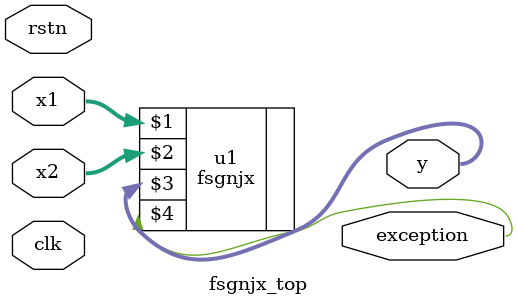
<source format=v>
module fsgnjx_top
   (  input wire [31:0]  x1,
      input wire [31:0]  x2,
      output wire [31:0] y,
      output wire        exception,
      input wire        clk,
      input wire        rstn);

   fsgnjx u1(x1,x2,y,exception);

endmodule
</source>
